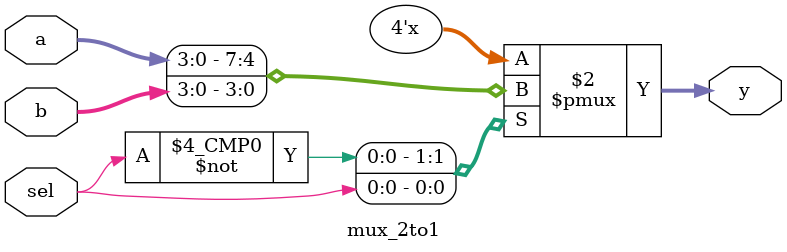
<source format=v>

module mux_2to1(
    input wire [3:0] a,
    input wire [3:0] b,
    input wire sel,
    output reg [3:0] y
);
    always @ (a or b or sel) begin
        case (sel)
            0 : y <= a;
            1: y <= b;
        endcase
    end

    // assign y = sel ? b : a;

endmodule
</source>
